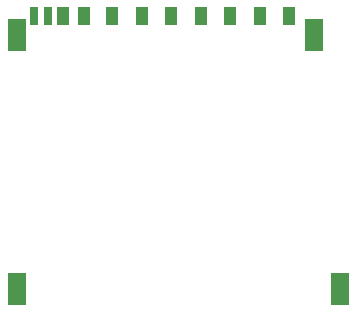
<source format=gbr>
G04 #@! TF.GenerationSoftware,KiCad,Pcbnew,(6.0.0-0)*
G04 #@! TF.CreationDate,2022-04-11T17:58:48+02:00*
G04 #@! TF.ProjectId,ACSI2SD MSTE,41435349-3253-4442-904d-5354452e6b69,1.1*
G04 #@! TF.SameCoordinates,Original*
G04 #@! TF.FileFunction,Paste,Top*
G04 #@! TF.FilePolarity,Positive*
%FSLAX46Y46*%
G04 Gerber Fmt 4.6, Leading zero omitted, Abs format (unit mm)*
G04 Created by KiCad (PCBNEW (6.0.0-0)) date 2022-04-11 17:58:48*
%MOMM*%
%LPD*%
G01*
G04 APERTURE LIST*
%ADD10R,1.000000X1.500000*%
%ADD11R,0.700000X1.500000*%
%ADD12R,1.500000X2.800000*%
G04 APERTURE END LIST*
D10*
G04 #@! TO.C,J2*
X128795000Y-132505000D03*
X126295000Y-132505000D03*
X123795000Y-132505000D03*
X121295000Y-132505000D03*
X118795000Y-132505000D03*
X116295000Y-132505000D03*
X113870000Y-132505000D03*
X112170000Y-132505000D03*
X131295000Y-132505000D03*
D11*
X110870000Y-132505000D03*
X109670000Y-132505000D03*
D12*
X108270000Y-134105000D03*
X133371000Y-134105000D03*
X108270000Y-155605000D03*
X135570000Y-155605000D03*
G04 #@! TD*
M02*

</source>
